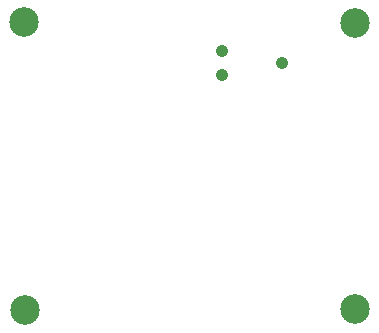
<source format=gbr>
%TF.GenerationSoftware,Altium Limited,Altium Designer,25.4.2 (15)*%
G04 Layer_Color=0*
%FSLAX45Y45*%
%MOMM*%
%TF.SameCoordinates,67C836F6-C9C3-4B7B-B257-39D1A88473F1*%
%TF.FilePolarity,Positive*%
%TF.FileFunction,NonPlated,1,4,NPTH,Drill*%
%TF.Part,Single*%
G01*
G75*
%TA.AperFunction,OtherDrill,Pad Free-5 (84.525mm,84.5mm)*%
%ADD74C,2.50000*%
%TA.AperFunction,OtherDrill,Pad Free-4 (112.575mm,60.25mm)*%
%ADD75C,2.50000*%
%TA.AperFunction,OtherDrill,Pad Free-3 (112.55mm,84.45mm)*%
%ADD76C,2.50000*%
%TA.AperFunction,OtherDrill,Pad Free-2 (84.65mm,60.125mm)*%
%ADD77C,2.50000*%
%TA.AperFunction,ComponentDrill*%
%ADD78C,1.06700*%
D74*
X8452500Y8450000D02*
D03*
D75*
X11257500Y6025000D02*
D03*
D76*
X11255000Y8445000D02*
D03*
D77*
X8465000Y6012500D02*
D03*
D78*
X10129000Y8208100D02*
D03*
Y8004900D02*
D03*
X10637000Y8106500D02*
D03*
%TF.MD5,28707f192b0476468d8053a890b63634*%
M02*

</source>
